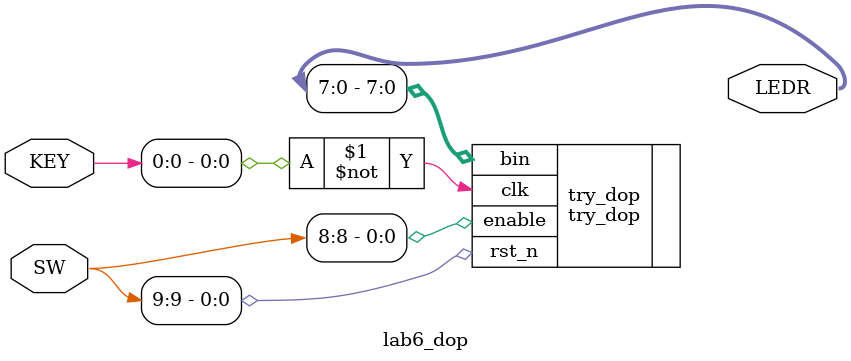
<source format=v>
module lab6_dop
(
    input   [ 1:0]  KEY,
    input   [ 9:0]  SW,
    output  [ 9:0]  LEDR
);

	try_dop #(8) try_dop (.clk(~KEY[0]),.rst_n(SW[9]),.enable(SW[8]),.bin(LEDR[7:0]));
	//sel(SW[9:8]), .y(LEDR[9:6]));

endmodule
</source>
